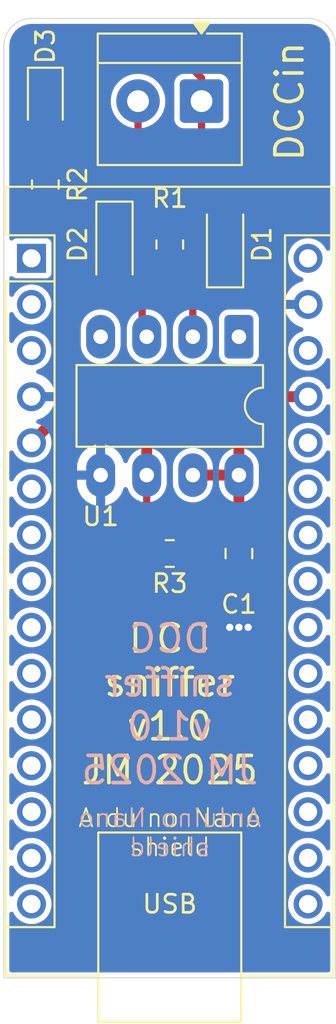
<source format=kicad_pcb>
(kicad_pcb (version 20241229) (generator "pcbnew") (generator_version "9.0")
  (layers (0 "F.Cu" signal) (2 "B.Cu" signal) (13 "F.Paste" user) (15 "B.Paste" user) (5 "F.SilkS" user "F.Silkscreen") (7 "B.SilkS" user "B.Silkscreen") (1 "F.Mask" user) (3 "B.Mask" user) (25 "Edge.Cuts" user))
  (net 0 "")
  (net 8 "GND")
  (net 23 "Net-(A1-D2)")
  (net 27 "+5V")
  (net 30 "/K")
  (net 31 "Net-(D1-K)")
  (net 32 "Net-(D2-K)")
  (net 33 "/J")
  (net 34 "Net-(D3-A)")
  (footprint "Module:Arduino_Nano" (layer "F.Cu") (at 154.178 84.836)
    (property "Reference" "A1" (hide yes))
    (property "Value" "Arduino_Nano_Every")
    (fp_line (start -1.4 -3.94) (end -1.4 -1.27) (stroke (width 0.12)) (layer "F.SilkS"))
    (fp_line (start -1.4 1.27) (end -1.4 39.5) (stroke (width 0.12)) (layer "F.SilkS"))
    (fp_line (start -1.4 39.5) (end 3.68 39.5) (stroke (width 0.12)) (layer "F.SilkS"))
    (fp_line (start 1.27 -1.27) (end -1.4 -1.27) (stroke (width 0.12)) (layer "F.SilkS"))
    (fp_line (start 1.27 1.27) (end -1.4 1.27) (stroke (width 0.12)) (layer "F.SilkS"))
    (fp_line (start 1.27 1.27) (end 1.27 -1.27) (stroke (width 0.12)) (layer "F.SilkS"))
    (fp_line (start 1.27 1.27) (end 1.27 36.83) (stroke (width 0.12)) (layer "F.SilkS"))
    (fp_line (start 1.27 36.83) (end -1.4 36.83) (stroke (width 0.12)) (layer "F.SilkS"))
    (fp_line (start 3.68 31.62) (end 11.56 31.62) (stroke (width 0.12)) (layer "F.SilkS"))
    (fp_line (start 3.68 42.04) (end 3.68 31.62) (stroke (width 0.12)) (layer "F.SilkS"))
    (fp_line (start 11.56 31.62) (end 11.56 42.04) (stroke (width 0.12)) (layer "F.SilkS"))
    (fp_line (start 11.56 42.04) (end 3.68 42.04) (stroke (width 0.12)) (layer "F.SilkS"))
    (fp_line (start 13.97 -1.27) (end 13.97 36.83) (stroke (width 0.12)) (layer "F.SilkS"))
    (fp_line (start 13.97 -1.27) (end 16.64 -1.27) (stroke (width 0.12)) (layer "F.SilkS"))
    (fp_line (start 13.97 36.83) (end 16.64 36.83) (stroke (width 0.12)) (layer "F.SilkS"))
    (fp_line (start 16.64 -3.94) (end -1.4 -3.94) (stroke (width 0.12)) (layer "F.SilkS"))
    (fp_line (start 16.64 39.5) (end 11.56 39.5) (stroke (width 0.12)) (layer "F.SilkS"))
    (fp_line (start 16.64 39.5) (end 16.64 -3.94) (stroke (width 0.12)) (layer "F.SilkS"))
    (fp_text user "USB" (at 7.62 35.56 0) (layer "F.SilkS"))
    (pad "1" thru_hole rect (at 0 0) (size 1.6 1.6) (drill 1) (layers "*.Cu" "*.Mask"))
    (pad "2" thru_hole oval (at 0 2.54) (size 1.6 1.6) (drill 1) (layers "*.Cu" "*.Mask"))
    (pad "3" thru_hole oval (at 0 5.08) (size 1.6 1.6) (drill 1) (layers "*.Cu" "*.Mask"))
    (pad "4" thru_hole oval (at 0 7.62) (size 1.6 1.6) (drill 1) (layers "*.Cu" "*.Mask") (net 8 "GND"))
    (pad "5" thru_hole oval (at 0 10.16) (size 1.6 1.6) (drill 1) (layers "*.Cu" "*.Mask") (net 23 "Net-(A1-D2)"))
    (pad "6" thru_hole oval (at 0 12.7) (size 1.6 1.6) (drill 1) (layers "*.Cu" "*.Mask"))
    (pad "7" thru_hole oval (at 0 15.24) (size 1.6 1.6) (drill 1) (layers "*.Cu" "*.Mask"))
    (pad "8" thru_hole oval (at 0 17.78) (size 1.6 1.6) (drill 1) (layers "*.Cu" "*.Mask"))
    (pad "9" thru_hole oval (at 0 20.32) (size 1.6 1.6) (drill 1) (layers "*.Cu" "*.Mask"))
    (pad "10" thru_hole oval (at 0 22.86) (size 1.6 1.6) (drill 1) (layers "*.Cu" "*.Mask"))
    (pad "11" thru_hole oval (at 0 25.4) (size 1.6 1.6) (drill 1) (layers "*.Cu" "*.Mask"))
    (pad "12" thru_hole oval (at 0 27.94) (size 1.6 1.6) (drill 1) (layers "*.Cu" "*.Mask"))
    (pad "13" thru_hole oval (at 0 30.48) (size 1.6 1.6) (drill 1) (layers "*.Cu" "*.Mask"))
    (pad "14" thru_hole oval (at 0 33.02) (size 1.6 1.6) (drill 1) (layers "*.Cu" "*.Mask"))
    (pad "15" thru_hole oval (at 0 35.56) (size 1.6 1.6) (drill 1) (layers "*.Cu" "*.Mask"))
    (pad "16" thru_hole oval (at 15.24 35.56) (size 1.6 1.6) (drill 1) (layers "*.Cu" "*.Mask"))
    (pad "17" thru_hole oval (at 15.24 33.02) (size 1.6 1.6) (drill 1) (layers "*.Cu" "*.Mask"))
    (pad "18" thru_hole oval (at 15.24 30.48) (size 1.6 1.6) (drill 1) (layers "*.Cu" "*.Mask"))
    (pad "19" thru_hole oval (at 15.24 27.94) (size 1.6 1.6) (drill 1) (layers "*.Cu" "*.Mask"))
    (pad "20" thru_hole oval (at 15.24 25.4) (size 1.6 1.6) (drill 1) (layers "*.Cu" "*.Mask"))
    (pad "21" thru_hole oval (at 15.24 22.86) (size 1.6 1.6) (drill 1) (layers "*.Cu" "*.Mask"))
    (pad "22" thru_hole oval (at 15.24 20.32) (size 1.6 1.6) (drill 1) (layers "*.Cu" "*.Mask"))
    (pad "23" thru_hole oval (at 15.24 17.78) (size 1.6 1.6) (drill 1) (layers "*.Cu" "*.Mask"))
    (pad "24" thru_hole oval (at 15.24 15.24) (size 1.6 1.6) (drill 1) (layers "*.Cu" "*.Mask"))
    (pad "25" thru_hole oval (at 15.24 12.7) (size 1.6 1.6) (drill 1) (layers "*.Cu" "*.Mask"))
    (pad "26" thru_hole oval (at 15.24 10.16) (size 1.6 1.6) (drill 1) (layers "*.Cu" "*.Mask"))
    (pad "27" thru_hole oval (at 15.24 7.62) (size 1.6 1.6) (drill 1) (layers "*.Cu" "*.Mask") (net 27 "+5V"))
    (pad "28" thru_hole oval (at 15.24 5.08) (size 1.6 1.6) (drill 1) (layers "*.Cu" "*.Mask"))
    (pad "29" thru_hole oval (at 15.24 2.54) (size 1.6 1.6) (drill 1) (layers "*.Cu" "*.Mask") (net 8 "GND"))
    (pad "30" thru_hole oval (at 15.24 0) (size 1.6 1.6) (drill 1) (layers "*.Cu" "*.Mask"))
  )
  (footprint "LED_SMD:LED_0805_2012Metric_Pad1.15x1.40mm_HandSolder" (layer "F.Cu") (at 154.94 76.2 -90)
    (property "Reference" "D3" (at -3.048 0 90) (layer "F.SilkS"))
    (property "Value" "GREEN")
    (fp_line (start -1.86 0.96) (end 1 0.96) (stroke (width 0.12)) (layer "F.SilkS"))
    (fp_line (start -1.86 -0.96) (end -1.86 0.96) (stroke (width 0.12)) (layer "F.SilkS"))
    (fp_line (start 1 -0.96) (end -1.86 -0.96) (stroke (width 0.12)) (layer "F.SilkS"))
    (pad "1" smd roundrect (at -1.025 0 270) (size 1.15 1.4) (layers "F.Cu" "F.Mask" "F.Paste") (roundrect_rratio 0.217391) (net 30 "/K"))
    (pad "2" smd roundrect (at 1.025 0 270) (size 1.15 1.4) (layers "F.Cu" "F.Mask" "F.Paste") (roundrect_rratio 0.217391) (net 34 "Net-(D3-A)"))
  )
  (footprint "Resistor_SMD:R_0805_2012Metric_Pad1.20x1.40mm_HandSolder" (layer "F.Cu") (at 161.798 84.074 -90)
    (property "Reference" "R1" (at -2.54 0 180) (layer "F.SilkS"))
    (property "Value" "1k5")
    (fp_line (start -0.227064 0.735) (end 0.227064 0.735) (stroke (width 0.12)) (layer "F.SilkS"))
    (fp_line (start -0.227064 -0.735) (end 0.227064 -0.735) (stroke (width 0.12)) (layer "F.SilkS"))
    (pad "1" smd roundrect (at -1 0 270) (size 1.2 1.4) (layers "F.Cu" "F.Mask" "F.Paste") (roundrect_rratio 0.208333) (net 33 "/J"))
    (pad "2" smd roundrect (at 1 0 270) (size 1.2 1.4) (layers "F.Cu" "F.Mask" "F.Paste") (roundrect_rratio 0.208333) (net 31 "Net-(D1-K)"))
  )
  (footprint "TerminalBlock_4Ucon:TerminalBlock_4Ucon_1x02_P3.50mm_Horizontal" (layer "F.Cu") (at 163.548 76.1785 180)
    (property "Reference" "J1" (hide yes))
    (property "Value" "MV132")
    (fp_line (start 5.72 3.72) (end 0.3 3.72) (stroke (width 0.12)) (layer "F.SilkS"))
    (fp_line (start 5.72 -3.52) (end 5.72 3.72) (stroke (width 0.12)) (layer "F.SilkS"))
    (fp_line (start -0.3 3.72) (end -2.22 3.72) (stroke (width 0.12)) (layer "F.SilkS"))
    (fp_line (start -2.22 3.72) (end -2.22 -3.52) (stroke (width 0.12)) (layer "F.SilkS"))
    (fp_line (start -2.22 2.1) (end 5.72 2.1) (stroke (width 0.12)) (layer "F.SilkS"))
    (fp_line (start -2.22 -3.52) (end 5.72 -3.52) (stroke (width 0.12)) (layer "F.SilkS"))
    (fp_poly (pts (xy 0 3.72) (xy 0.44 4.33) (xy -0.44 4.33)) (stroke (width 0.12)) (fill yes) (layer "F.SilkS"))
    (pad "1" thru_hole roundrect (at 0 0 180) (size 2.4 2.4) (drill 1.2) (layers "*.Cu" "*.Mask") (roundrect_rratio 0.104167) (net 30 "/K"))
    (pad "2" thru_hole circle (at 3.5 0 180) (size 2.4 2.4) (drill 1.2) (layers "*.Cu" "*.Mask") (net 33 "/J"))
  )
  (footprint "Capacitor_SMD:C_0805_2012Metric_Pad1.18x1.45mm_HandSolder" (layer "F.Cu") (at 165.608 101.092 -90)
    (property "Reference" "C1" (at 2.794 0 180) (layer "F.SilkS"))
    (property "Value" "100n")
    (fp_line (start -0.261252 0.735) (end 0.261252 0.735) (stroke (width 0.12)) (layer "F.SilkS"))
    (fp_line (start -0.261252 -0.735) (end 0.261252 -0.735) (stroke (width 0.12)) (layer "F.SilkS"))
    (pad "1" smd roundrect (at -1.0375 0 270) (size 1.175 1.45) (layers "F.Cu" "F.Mask" "F.Paste") (roundrect_rratio 0.212766) (net 27 "+5V"))
    (pad "2" smd roundrect (at 1.0375 0 270) (size 1.175 1.45) (layers "F.Cu" "F.Mask" "F.Paste") (roundrect_rratio 0.212766) (net 8 "GND"))
  )
  (footprint "Package_DIP:DIP-8_W7.62mm_LongPads" (layer "F.Cu") (at 165.608 89.154 -90)
    (property "Reference" "U1" (at 9.906 7.62 180) (layer "F.SilkS"))
    (property "Value" "6N137")
    (fp_line (start 1.56 8.95) (end 6.06 8.95) (stroke (width 0.12)) (layer "F.SilkS"))
    (fp_line (start 6.06 8.95) (end 6.06 -1.33) (stroke (width 0.12)) (layer "F.SilkS"))
    (fp_line (start 1.56 -1.33) (end 1.56 8.95) (stroke (width 0.12)) (layer "F.SilkS"))
    (fp_line (start 2.81 -1.33) (end 1.56 -1.33) (stroke (width 0.12)) (layer "F.SilkS"))
    (fp_line (start 6.06 -1.33) (end 4.81 -1.33) (stroke (width 0.12)) (layer "F.SilkS"))
    (fp_arc (start 4.81 -1.33) (mid 3.81 -0.33) (end 2.81 -1.33) (stroke (width 0.12)) (layer "F.SilkS"))
    (pad "1" thru_hole roundrect (at 0 0 270) (size 2.4 1.6) (drill 0.8) (layers "*.Cu" "*.Mask") (roundrect_rratio 0.15625))
    (pad "2" thru_hole oval (at 0 2.54 270) (size 2.4 1.6) (drill 0.8) (layers "*.Cu" "*.Mask") (net 31 "Net-(D1-K)"))
    (pad "3" thru_hole oval (at 0 5.08 270) (size 2.4 1.6) (drill 0.8) (layers "*.Cu" "*.Mask") (net 30 "/K"))
    (pad "4" thru_hole oval (at 0 7.62 270) (size 2.4 1.6) (drill 0.8) (layers "*.Cu" "*.Mask"))
    (pad "5" thru_hole oval (at 7.62 7.62 270) (size 2.4 1.6) (drill 0.8) (layers "*.Cu" "*.Mask") (net 8 "GND"))
    (pad "6" thru_hole oval (at 7.62 5.08 270) (size 2.4 1.6) (drill 0.8) (layers "*.Cu" "*.Mask") (net 23 "Net-(A1-D2)"))
    (pad "7" thru_hole oval (at 7.62 2.54 270) (size 2.4 1.6) (drill 0.8) (layers "*.Cu" "*.Mask") (net 27 "+5V"))
    (pad "8" thru_hole oval (at 7.62 0 270) (size 2.4 1.6) (drill 0.8) (layers "*.Cu" "*.Mask") (net 27 "+5V"))
  )
  (footprint "Diode_SMD:D_SOD-123" (layer "F.Cu") (at 158.75 84.074 -90)
    (property "Reference" "D2" (at 0 2.032 90) (layer "F.SilkS"))
    (property "Value" "1N5819")
    (fp_line (start -2.36 1) (end 1.65 1) (stroke (width 0.12)) (layer "F.SilkS"))
    (fp_line (start -2.36 -1) (end -2.36 1) (stroke (width 0.12)) (layer "F.SilkS"))
    (fp_line (start -2.36 -1) (end 1.65 -1) (stroke (width 0.12)) (layer "F.SilkS"))
    (pad "1" smd roundrect (at -1.65 0 270) (size 0.9 1.2) (layers "F.Cu" "F.Mask" "F.Paste") (net 32 "Net-(D2-K)"))
    (pad "2" smd roundrect (at 1.65 0 270) (size 0.9 1.2) (layers "F.Cu" "F.Mask" "F.Paste") (net 33 "/J"))
  )
  (footprint "Diode_SMD:D_SOD-123" (layer "F.Cu") (at 164.846 84.074 90)
    (property "Reference" "D1" (at 0 2.032 90) (layer "F.SilkS"))
    (property "Value" "1N5819")
    (fp_line (start -2.36 -1) (end 1.65 -1) (stroke (width 0.12)) (layer "F.SilkS"))
    (fp_line (start -2.36 -1) (end -2.36 1) (stroke (width 0.12)) (layer "F.SilkS"))
    (fp_line (start -2.36 1) (end 1.65 1) (stroke (width 0.12)) (layer "F.SilkS"))
    (pad "1" smd roundrect (at -1.65 0 90) (size 0.9 1.2) (layers "F.Cu" "F.Mask" "F.Paste") (net 31 "Net-(D1-K)"))
    (pad "2" smd roundrect (at 1.65 0 90) (size 0.9 1.2) (layers "F.Cu" "F.Mask" "F.Paste") (net 30 "/K"))
  )
  (footprint "Resistor_SMD:R_0805_2012Metric_Pad1.20x1.40mm_HandSolder" (layer "F.Cu") (at 154.94 80.772 90)
    (property "Reference" "R2" (at 0 1.778 90) (layer "F.SilkS"))
    (property "Value" "10k")
    (fp_line (start -0.227064 -0.735) (end 0.227064 -0.735) (stroke (width 0.12)) (layer "F.SilkS"))
    (fp_line (start -0.227064 0.735) (end 0.227064 0.735) (stroke (width 0.12)) (layer "F.SilkS"))
    (pad "1" smd roundrect (at -1 0 90) (size 1.2 1.4) (layers "F.Cu" "F.Mask" "F.Paste") (roundrect_rratio 0.208333) (net 32 "Net-(D2-K)"))
    (pad "2" smd roundrect (at 1 0 90) (size 1.2 1.4) (layers "F.Cu" "F.Mask" "F.Paste") (roundrect_rratio 0.208333) (net 34 "Net-(D3-A)"))
  )
  (footprint "Resistor_SMD:R_0805_2012Metric_Pad1.20x1.40mm_HandSolder" (layer "F.Cu") (at 161.798 101.092 180)
    (property "Reference" "R3" (at 0 -1.65 0) (layer "F.SilkS"))
    (property "Value" "10k")
    (fp_line (start -0.227064 0.735) (end 0.227064 0.735) (stroke (width 0.12)) (layer "F.SilkS"))
    (fp_line (start -0.227064 -0.735) (end 0.227064 -0.735) (stroke (width 0.12)) (layer "F.SilkS"))
    (pad "1" smd roundrect (at -1 0 180) (size 1.2 1.4) (layers "F.Cu" "F.Mask" "F.Paste") (roundrect_rratio 0.208333) (net 27 "+5V"))
    (pad "2" smd roundrect (at 1 0 180) (size 1.2 1.4) (layers "F.Cu" "F.Mask" "F.Paste") (roundrect_rratio 0.208333) (net 23 "Net-(A1-D2)"))
  )
  (gr_arc (start 152.654 73.152) (mid 153.100369 72.074369) (end 154.178 71.628) (stroke (width 0.05)) (layer "Edge.Cuts"))
  (gr_line (start 170.942 124.46) (end 170.942 73.152) (stroke (width 0.05)) (layer "Edge.Cuts"))
  (gr_line (start 152.654 124.46) (end 170.942 124.46) (stroke (width 0.05)) (layer "Edge.Cuts"))
  (gr_line (start 169.418 71.628) (end 154.178 71.628) (stroke (width 0.05)) (layer "Edge.Cuts"))
  (gr_arc (start 169.418 71.628) (mid 170.495631 72.074369) (end 170.942 73.152) (stroke (width 0.05)) (layer "Edge.Cuts"))
  (gr_line (start 152.654 73.152) (end 152.654 124.46) (stroke (width 0.05)) (layer "Edge.Cuts"))
  (gr_text "Arduino Nano\nshield" (at 161.798 116.456 0) (layer "F.SilkS") (effects (font (size 1 1) (thickness 0.1))))
  (gr_text "DCCin" (at 168.402 76.2 90) (layer "F.SilkS") (effects (font (size 1.5 1.5) (thickness 0.2) (bold yes))))
  (gr_text "DCC\nsniffer\nv1.0\nJM 2025" (at 161.798 104.902 0) (layer "F.SilkS") (effects (font (size 1.5 1.5) (thickness 0.2)) (justify top)))
  (gr_text "Arduino Nano\nshield" (at 161.798 116.456 0) (layer "B.SilkS") (effects (font (size 1 1) (thickness 0.1)) (justify mirror)))
  (gr_text "DCC\nsniffer\nv1.0\nJM 2025" (at 161.798 104.902 0) (layer "B.SilkS") (effects (font (size 1.5 1.5) (thickness 0.2)) (justify top mirror)))
  (via (at 165.608 105.156) (size 0.8) (drill 0.4) (layers "F.Cu" "B.Cu") (net 8))
  (via (at 165.1 105.156) (size 0.8) (drill 0.4) (layers "F.Cu" "B.Cu") (net 8))
  (via (at 166.116 105.156) (size 0.8) (drill 0.4) (layers "F.Cu" "B.Cu") (net 8))
  (segment (start 160.798 99.584) (end 160.798 101.092) (width 0.4) (layer "F.Cu") (net 23))
  (segment (start 155.194 93.98) (end 159.512 93.98) (width 0.6) (layer "F.Cu") (net 23))
  (segment (start 160.528 99.314) (end 160.798 99.584) (width 0.4) (layer "F.Cu") (net 23))
  (segment (start 154.178 94.996) (end 155.194 93.98) (width 0.6) (layer "F.Cu") (net 23))
  (segment (start 160.528 94.996) (end 160.528 96.774) (width 0.6) (layer "F.Cu") (net 23))
  (segment (start 160.528 96.774) (end 160.528 99.314) (width 0.4) (layer "F.Cu") (net 23))
  (segment (start 159.512 93.98) (end 160.528 94.996) (width 0.6) (layer "F.Cu") (net 23))
  (segment (start 165.608 96.774) (end 165.608 94.488) (width 0.6) (layer "F.Cu") (net 27))
  (segment (start 165.608 100.0545) (end 163.8355 100.0545) (width 0.4) (layer "F.Cu") (net 27))
  (segment (start 165.608 100.0545) (end 165.608 96.774) (width 0.6) (layer "F.Cu") (net 27))
  (segment (start 163.068 96.774) (end 165.608 96.774) (width 0.6) (layer "F.Cu") (net 27))
  (segment (start 163.8355 100.0545) (end 162.798 101.092) (width 0.4) (layer "F.Cu") (net 27))
  (segment (start 167.64 92.456) (end 169.418 92.456) (width 0.6) (layer "F.Cu") (net 27))
  (segment (start 165.608 94.488) (end 167.64 92.456) (width 0.6) (layer "F.Cu") (net 27))
  (segment (start 160.782 84.074) (end 160.274 84.582) (width 0.4) (layer "F.Cu") (net 30))
  (segment (start 164.846 82.424) (end 164.846 83.312) (width 0.4) (layer "F.Cu") (net 30))
  (segment (start 164.846 83.312) (end 164.084 84.074) (width 0.4) (layer "F.Cu") (net 30))
  (segment (start 164.846 80.264) (end 164.846 82.424) (width 0.4) (layer "F.Cu") (net 30))
  (segment (start 154.94 74.93) (end 155.956 73.914) (width 0.4) (layer "F.Cu") (net 30))
  (segment (start 164.084 84.074) (end 160.782 84.074) (width 0.4) (layer "F.Cu") (net 30))
  (segment (start 162.56 73.914) (end 163.548 74.902) (width 0.4) (layer "F.Cu") (net 30))
  (segment (start 163.548 76.1785) (end 163.548 78.966) (width 0.4) (layer "F.Cu") (net 30))
  (segment (start 160.274 88.9) (end 160.528 89.154) (width 0.4) (layer "F.Cu") (net 30))
  (segment (start 160.274 84.582) (end 160.274 88.9) (width 0.4) (layer "F.Cu") (net 30))
  (segment (start 155.956 73.914) (end 162.56 73.914) (width 0.4) (layer "F.Cu") (net 30))
  (segment (start 163.548 74.902) (end 163.548 76.1785) (width 0.4) (layer "F.Cu") (net 30))
  (segment (start 163.548 78.966) (end 164.846 80.264) (width 0.4) (layer "F.Cu") (net 30))
  (segment (start 154.94 75.175) (end 154.94 74.93) (width 0.4) (layer "F.Cu") (net 30))
  (segment (start 164.846 85.724) (end 163.068 85.724) (width 0.4) (layer "F.Cu") (net 31))
  (segment (start 163.068 85.724) (end 162.448 85.724) (width 0.4) (layer "F.Cu") (net 31))
  (segment (start 163.068 89.154) (end 163.068 85.724) (width 0.4) (layer "F.Cu") (net 31))
  (segment (start 162.448 85.724) (end 161.798 85.074) (width 0.4) (layer "F.Cu") (net 31))
  (segment (start 154.94 81.772) (end 158.098 81.772) (width 0.4) (layer "F.Cu") (net 32))
  (segment (start 158.098 81.772) (end 158.75 82.424) (width 0.4) (layer "F.Cu") (net 32))
  (segment (start 161.798 83.074) (end 161.798 80.518) (width 0.4) (layer "F.Cu") (net 33))
  (segment (start 160.274 83.058) (end 158.75 84.582) (width 0.4) (layer "F.Cu") (net 33))
  (segment (start 160.048 78.768) (end 160.048 76.1785) (width 0.4) (layer "F.Cu") (net 33))
  (segment (start 158.75 84.582) (end 158.75 85.724) (width 0.4) (layer "F.Cu") (net 33))
  (segment (start 161.798 83.074) (end 161.782 83.058) (width 0.4) (layer "F.Cu") (net 33))
  (segment (start 161.782 83.058) (end 160.274 83.058) (width 0.4) (layer "F.Cu") (net 33))
  (segment (start 161.798 80.518) (end 160.048 78.768) (width 0.4) (layer "F.Cu") (net 33))
  (segment (start 154.94 77.225) (end 154.94 79.772) (width 0.4) (layer "F.Cu") (net 34))
  (zone (net 8) (net_name "GND") (layers "F.Cu" "B.Cu") (connect_pads (clearance 0.3)) (min_thickness 0.25) (fill yes (thermal_gap 0.5) (thermal_bridge_width 0.5))
    (polygon (pts (xy 152.654 71.628) (xy 152.654 124.46) (xy 170.942 124.46) (xy 170.942 71.628)))
  )
)
</source>
